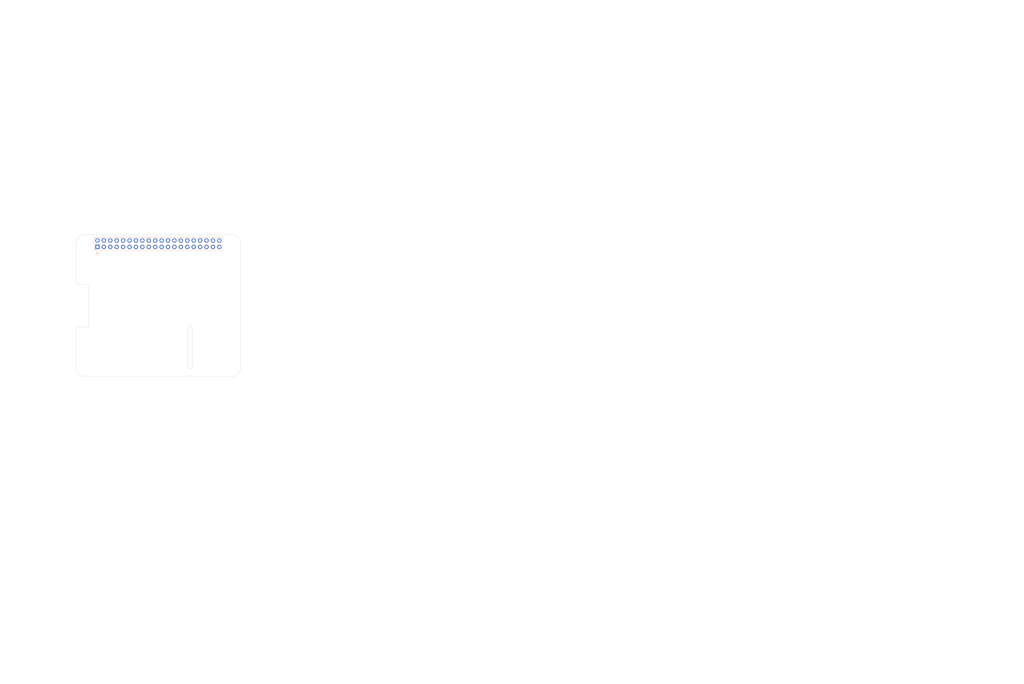
<source format=kicad_pcb>
(kicad_pcb (version 20221018) (generator pcbnew)
  (title_block (title "Example project") (date "2024-02-18"))
  (layers (0 "F.Cu" signal) (31 "B.Cu" signal) (34 "B.Paste" user) (35 "F.Paste" user) (36 "B.SilkS" user "B.Silkscreen") (37 "F.SilkS" user "F.Silkscreen") (38 "B.Mask" user) (39 "F.Mask" user) (44 "Edge.Cuts" user))
  (net 0 "")
  (net 1 "GND")
  (net 2 "/GPIO2{slash}SDA1")
  (net 3 "/GPIO3{slash}SCL1")
  (net 4 "/GPIO4{slash}GPCLK0")
  (net 5 "/GPIO14{slash}TXD0")
  (net 6 "/GPIO15{slash}RXD0")
  (net 7 "/GPIO17")
  (net 8 "/GPIO18{slash}PCM.CLK")
  (net 9 "/GPIO27")
  (net 10 "/GPIO22")
  (net 11 "/GPIO23")
  (net 12 "/GPIO24")
  (net 13 "/GPIO10{slash}SPI0.MOSI")
  (net 14 "/GPIO9{slash}SPI0.MISO")
  (net 15 "/GPIO25")
  (net 16 "/GPIO11{slash}SPI0.SCLK")
  (net 17 "/GPIO8{slash}SPI0.CE0")
  (net 18 "/GPIO7{slash}SPI0.CE1")
  (net 19 "/ID_SDA")
  (net 20 "/ID_SCL")
  (net 21 "/GPIO5")
  (net 22 "/GPIO6")
  (net 23 "/GPIO12{slash}PWM0")
  (net 24 "/GPIO13{slash}PWM1")
  (net 25 "/GPIO19{slash}PCM.FS")
  (net 26 "/GPIO16")
  (net 27 "/GPIO26")
  (net 28 "/GPIO20{slash}PCM.DIN")
  (net 29 "/GPIO21{slash}PCM.DOUT")
  (net 30 "+5V")
  (net 31 "+3V3")
  (footprint "MountingHole:MountingHole_2.7mm_M2.5" (layer "F.Cu") (at 234.88 114.88)
    (fp_text reference "MH2" hide)
    (fp_text value "MountingHole_2.7mm_M2.5" hide)
    (pad "" np_thru_hole circle locked (at 0 0) (size 2.7 2.7) (drill 2.7) (layers "*.Cu" "*.Mask"))
  )
  (footprint "MountingHole:MountingHole_2.7mm_M2.5" (layer "F.Cu") (at 176.88 163.88)
    (fp_text reference "MH3" hide)
    (fp_text value "MountingHole_2.7mm_M2.5" hide)
    (pad "" np_thru_hole circle locked (at 0 0) (size 2.7 2.7) (drill 2.7) (layers "*.Cu" "*.Mask"))
  )
  (footprint "MountingHole:MountingHole_2.7mm_M2.5" (layer "F.Cu") (at 176.88 114.88)
    (fp_text reference "MH1" hide)
    (fp_text value "MountingHole_2.7mm_M2.5" hide)
    (pad "" np_thru_hole circle locked (at 0 0) (size 2.7 2.7) (drill 2.7) (layers "*.Cu" "*.Mask"))
  )
  (footprint "MountingHole:MountingHole_2.7mm_M2.5" (layer "F.Cu") (at 234.88 163.88)
    (fp_text reference "MH4" hide)
    (fp_text value "MountingHole_2.7mm_M2.5" hide)
    (pad "" np_thru_hole circle locked (at 0 0) (size 2.7 2.7) (drill 2.7) (layers "*.Cu" "*.Mask"))
  )
  (footprint "Connector_PinSocket_2.54mm:PinSocket_2x20_P2.54mm_Vertical" (layer "B.Cu") (at 181.75 116.15 -90)
    (fp_text reference "J1" (at 2.5 0) (layer "B.SilkS") (effects (justify mirror)))
    (fp_text value "GPIO")
    (fp_line (start -3.87 -49.59) (end 1.33 -49.59) (stroke (width 0.12)) (layer "B.SilkS"))
    (fp_line (start -3.87 1.33) (end -3.87 -49.59) (stroke (width 0.12)) (layer "B.SilkS"))
    (fp_line (start -3.87 1.33) (end -1.27 1.33) (stroke (width 0.12)) (layer "B.SilkS"))
    (fp_line (start -1.27 -1.27) (end 1.33 -1.27) (stroke (width 0.12)) (layer "B.SilkS"))
    (fp_line (start -1.27 1.33) (end -1.27 -1.27) (stroke (width 0.12)) (layer "B.SilkS"))
    (fp_line (start 0 1.33) (end 1.33 1.33) (stroke (width 0.12)) (layer "B.SilkS"))
    (fp_line (start 1.33 -1.27) (end 1.33 -49.59) (stroke (width 0.12)) (layer "B.SilkS"))
    (fp_line (start 1.33 1.33) (end 1.33 0) (stroke (width 0.12)) (layer "B.SilkS"))
    (pad "1" thru_hole rect (at 0 0 270) (size 1.7 1.7) (drill 1) (layers "*.Cu" "*.Mask") (net 31 "+3V3"))
    (pad "2" thru_hole oval (at -2.54 0 270) (size 1.7 1.7) (drill 1) (layers "*.Cu" "*.Mask") (net 30 "+5V"))
    (pad "3" thru_hole oval (at 0 -2.54 270) (size 1.7 1.7) (drill 1) (layers "*.Cu" "*.Mask") (net 2 "/GPIO2{slash}SDA1"))
    (pad "4" thru_hole oval (at -2.54 -2.54 270) (size 1.7 1.7) (drill 1) (layers "*.Cu" "*.Mask") (net 30 "+5V"))
    (pad "5" thru_hole oval (at 0 -5.08 270) (size 1.7 1.7) (drill 1) (layers "*.Cu" "*.Mask") (net 3 "/GPIO3{slash}SCL1"))
    (pad "6" thru_hole oval (at -2.54 -5.08 270) (size 1.7 1.7) (drill 1) (layers "*.Cu" "*.Mask") (net 1 "GND"))
    (pad "7" thru_hole oval (at 0 -7.62 270) (size 1.7 1.7) (drill 1) (layers "*.Cu" "*.Mask") (net 4 "/GPIO4{slash}GPCLK0"))
    (pad "8" thru_hole oval (at -2.54 -7.62 270) (size 1.7 1.7) (drill 1) (layers "*.Cu" "*.Mask") (net 5 "/GPIO14{slash}TXD0"))
    (pad "9" thru_hole oval (at 0 -10.16 270) (size 1.7 1.7) (drill 1) (layers "*.Cu" "*.Mask") (net 1 "GND"))
    (pad "10" thru_hole oval (at -2.54 -10.16 270) (size 1.7 1.7) (drill 1) (layers "*.Cu" "*.Mask") (net 6 "/GPIO15{slash}RXD0"))
    (pad "11" thru_hole oval (at 0 -12.7 270) (size 1.7 1.7) (drill 1) (layers "*.Cu" "*.Mask") (net 7 "/GPIO17"))
    (pad "12" thru_hole oval (at -2.54 -12.7 270) (size 1.7 1.7) (drill 1) (layers "*.Cu" "*.Mask") (net 8 "/GPIO18{slash}PCM.CLK"))
    (pad "13" thru_hole oval (at 0 -15.24 270) (size 1.7 1.7) (drill 1) (layers "*.Cu" "*.Mask") (net 9 "/GPIO27"))
    (pad "14" thru_hole oval (at -2.54 -15.24 270) (size 1.7 1.7) (drill 1) (layers "*.Cu" "*.Mask") (net 1 "GND"))
    (pad "15" thru_hole oval (at 0 -17.78 270) (size 1.7 1.7) (drill 1) (layers "*.Cu" "*.Mask") (net 10 "/GPIO22"))
    (pad "16" thru_hole oval (at -2.54 -17.78 270) (size 1.7 1.7) (drill 1) (layers "*.Cu" "*.Mask") (net 11 "/GPIO23"))
    (pad "17" thru_hole oval (at 0 -20.32 270) (size 1.7 1.7) (drill 1) (layers "*.Cu" "*.Mask") (net 31 "+3V3"))
    (pad "18" thru_hole oval (at -2.54 -20.32 270) (size 1.7 1.7) (drill 1) (layers "*.Cu" "*.Mask") (net 12 "/GPIO24"))
    (pad "19" thru_hole oval (at 0 -22.86 270) (size 1.7 1.7) (drill 1) (layers "*.Cu" "*.Mask") (net 13 "/GPIO10{slash}SPI0.MOSI"))
    (pad "20" thru_hole oval (at -2.54 -22.86 270) (size 1.7 1.7) (drill 1) (layers "*.Cu" "*.Mask") (net 1 "GND"))
    (pad "21" thru_hole oval (at 0 -25.4 270) (size 1.7 1.7) (drill 1) (layers "*.Cu" "*.Mask") (net 14 "/GPIO9{slash}SPI0.MISO"))
    (pad "22" thru_hole oval (at -2.54 -25.4 270) (size 1.7 1.7) (drill 1) (layers "*.Cu" "*.Mask") (net 15 "/GPIO25"))
    (pad "23" thru_hole oval (at 0 -27.94 270) (size 1.7 1.7) (drill 1) (layers "*.Cu" "*.Mask") (net 16 "/GPIO11{slash}SPI0.SCLK"))
    (pad "24" thru_hole oval (at -2.54 -27.94 270) (size 1.7 1.7) (drill 1) (layers "*.Cu" "*.Mask") (net 17 "/GPIO8{slash}SPI0.CE0"))
    (pad "25" thru_hole oval (at 0 -30.48 270) (size 1.7 1.7) (drill 1) (layers "*.Cu" "*.Mask") (net 1 "GND"))
    (pad "26" thru_hole oval (at -2.54 -30.48 270) (size 1.7 1.7) (drill 1) (layers "*.Cu" "*.Mask") (net 18 "/GPIO7{slash}SPI0.CE1"))
    (pad "27" thru_hole oval (at 0 -33.02 270) (size 1.7 1.7) (drill 1) (layers "*.Cu" "*.Mask") (net 19 "/ID_SDA"))
    (pad "28" thru_hole oval (at -2.54 -33.02 270) (size 1.7 1.7) (drill 1) (layers "*.Cu" "*.Mask") (net 20 "/ID_SCL"))
    (pad "29" thru_hole oval (at 0 -35.56 270) (size 1.7 1.7) (drill 1) (layers "*.Cu" "*.Mask") (net 21 "/GPIO5"))
    (pad "30" thru_hole oval (at -2.54 -35.56 270) (size 1.7 1.7) (drill 1) (layers "*.Cu" "*.Mask") (net 1 "GND"))
    (pad "31" thru_hole oval (at 0 -38.1 270) (size 1.7 1.7) (drill 1) (layers "*.Cu" "*.Mask") (net 22 "/GPIO6"))
    (pad "32" thru_hole oval (at -2.54 -38.1 270) (size 1.7 1.7) (drill 1) (layers "*.Cu" "*.Mask") (net 23 "/GPIO12{slash}PWM0"))
    (pad "33" thru_hole oval (at 0 -40.64 270) (size 1.7 1.7) (drill 1) (layers "*.Cu" "*.Mask") (net 24 "/GPIO13{slash}PWM1"))
    (pad "34" thru_hole oval (at -2.54 -40.64 270) (size 1.7 1.7) (drill 1) (layers "*.Cu" "*.Mask") (net 1 "GND"))
    (pad "35" thru_hole oval (at 0 -43.18 270) (size 1.7 1.7) (drill 1) (layers "*.Cu" "*.Mask") (net 25 "/GPIO19{slash}PCM.FS"))
    (pad "36" thru_hole oval (at -2.54 -43.18 270) (size 1.7 1.7) (drill 1) (layers "*.Cu" "*.Mask") (net 26 "/GPIO16"))
    (pad "37" thru_hole oval (at 0 -45.72 270) (size 1.7 1.7) (drill 1) (layers "*.Cu" "*.Mask") (net 27 "/GPIO26"))
    (pad "38" thru_hole oval (at -2.54 -45.72 270) (size 1.7 1.7) (drill 1) (layers "*.Cu" "*.Mask") (net 28 "/GPIO20{slash}PCM.DIN"))
    (pad "39" thru_hole oval (at 0 -48.26 270) (size 1.7 1.7) (drill 1) (layers "*.Cu" "*.Mask") (net 1 "GND"))
    (pad "40" thru_hole oval (at -2.54 -48.26 270) (size 1.7 1.7) (drill 1) (layers "*.Cu" "*.Mask") (net 29 "/GPIO21{slash}PCM.DOUT"))
  )
  (gr_arc (start 173.88 130.88) (mid 173.526447 130.733553) (end 173.38 130.38) (stroke (width 0.1)) (layer "Edge.Cuts"))
  (gr_arc (start 235.38 111.38) (mid 237.50132 112.25868) (end 238.38 114.38) (stroke (width 0.1)) (layer "Edge.Cuts"))
  (gr_line (start 238.38 164.38) (end 238.38 114.38) (stroke (width 0.1)) (layer "Edge.Cuts"))
  (gr_line (start 173.38 114.38) (end 173.38 130.38) (stroke (width 0.1)) (layer "Edge.Cuts"))
  (gr_line (start 219.38 148.38) (end 219.38 163.38) (stroke (width 0.1)) (layer "Edge.Cuts"))
  (gr_line (start 217.38 163.38) (end 217.38 148.38) (stroke (width 0.1)) (layer "Edge.Cuts"))
  (gr_arc (start 176.38 167.38) (mid 174.25868 166.50132) (end 173.38 164.38) (stroke (width 0.1)) (layer "Edge.Cuts"))
  (gr_line (start 176.38 167.38) (end 235.38 167.38) (stroke (width 0.1)) (layer "Edge.Cuts"))
  (gr_line (start 177.88 147.88) (end 173.88 147.88) (stroke (width 0.1)) (layer "Edge.Cuts"))
  (gr_arc (start 217.38 148.38) (mid 218.38 147.38) (end 219.38 148.38) (stroke (width 0.1)) (layer "Edge.Cuts"))
  (gr_arc (start 173.38 148.38) (mid 173.526138 148.026755) (end 173.879127 147.880001) (stroke (width 0.1)) (layer "Edge.Cuts"))
  (gr_arc (start 238.38 164.38) (mid 237.50132 166.50132) (end 235.38 167.38) (stroke (width 0.1)) (layer "Edge.Cuts"))
  (gr_line (start 178.38 131.38) (end 178.38 147.38) (stroke (width 0.1)) (layer "Edge.Cuts"))
  (gr_arc (start 173.38 114.38) (mid 174.25868 112.25868) (end 176.38 111.38) (stroke (width 0.1)) (layer "Edge.Cuts"))
  (gr_arc (start 219.38 163.38) (mid 218.38 164.38) (end 217.38 163.38) (stroke (width 0.1)) (layer "Edge.Cuts"))
  (gr_line (start 173.38 148.38) (end 173.38 164.38) (stroke (width 0.1)) (layer "Edge.Cuts"))
  (gr_line (start 173.88 130.88) (end 177.88 130.88) (stroke (width 0.1)) (layer "Edge.Cuts"))
  (gr_arc (start 178.38 147.38) (mid 178.233553 147.733553) (end 177.88 147.88) (stroke (width 0.1)) (layer "Edge.Cuts"))
  (gr_arc (start 177.88 130.88) (mid 178.233553 131.026447) (end 178.38 131.38) (stroke (width 0.1)) (layer "Edge.Cuts"))
  (gr_line (start 235.38 111.38) (end 176.38 111.38) (stroke (width 0.1)) (layer "Edge.Cuts"))
)
</source>
